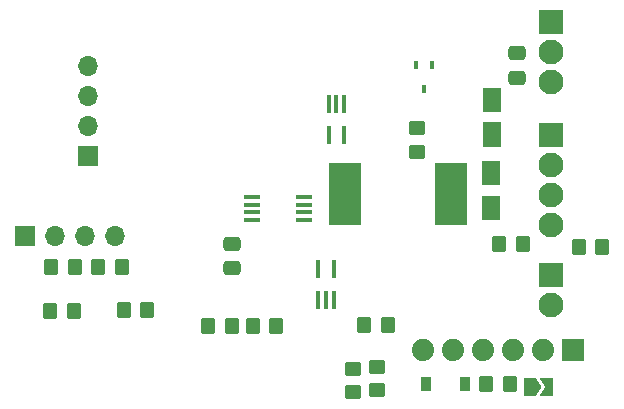
<source format=gbr>
%TF.GenerationSoftware,KiCad,Pcbnew,6.0.11-2627ca5db0~126~ubuntu22.04.1*%
%TF.CreationDate,2023-03-03T15:37:04-05:00*%
%TF.ProjectId,lin-fan-control,6c696e2d-6661-46e2-9d63-6f6e74726f6c,1.0*%
%TF.SameCoordinates,Original*%
%TF.FileFunction,Soldermask,Bot*%
%TF.FilePolarity,Negative*%
%FSLAX46Y46*%
G04 Gerber Fmt 4.6, Leading zero omitted, Abs format (unit mm)*
G04 Created by KiCad (PCBNEW 6.0.11-2627ca5db0~126~ubuntu22.04.1) date 2023-03-03 15:37:04*
%MOMM*%
%LPD*%
G01*
G04 APERTURE LIST*
G04 Aperture macros list*
%AMRoundRect*
0 Rectangle with rounded corners*
0 $1 Rounding radius*
0 $2 $3 $4 $5 $6 $7 $8 $9 X,Y pos of 4 corners*
0 Add a 4 corners polygon primitive as box body*
4,1,4,$2,$3,$4,$5,$6,$7,$8,$9,$2,$3,0*
0 Add four circle primitives for the rounded corners*
1,1,$1+$1,$2,$3*
1,1,$1+$1,$4,$5*
1,1,$1+$1,$6,$7*
1,1,$1+$1,$8,$9*
0 Add four rect primitives between the rounded corners*
20,1,$1+$1,$2,$3,$4,$5,0*
20,1,$1+$1,$4,$5,$6,$7,0*
20,1,$1+$1,$6,$7,$8,$9,0*
20,1,$1+$1,$8,$9,$2,$3,0*%
%AMFreePoly0*
4,1,6,1.000000,0.000000,0.500000,-0.750000,-0.500000,-0.750000,-0.500000,0.750000,0.500000,0.750000,1.000000,0.000000,1.000000,0.000000,$1*%
%AMFreePoly1*
4,1,6,0.500000,-0.750000,-0.650000,-0.750000,-0.150000,0.000000,-0.650000,0.750000,0.500000,0.750000,0.500000,-0.750000,0.500000,-0.750000,$1*%
G04 Aperture macros list end*
%ADD10O,1.700000X1.700000*%
%ADD11R,1.700000X1.700000*%
%ADD12R,1.879600X1.879600*%
%ADD13C,1.879600*%
%ADD14RoundRect,0.250000X-0.350000X-0.450000X0.350000X-0.450000X0.350000X0.450000X-0.350000X0.450000X0*%
%ADD15R,2.100000X2.100000*%
%ADD16C,2.100000*%
%ADD17FreePoly0,0.000000*%
%ADD18FreePoly1,0.000000*%
%ADD19R,0.900000X1.200000*%
%ADD20R,0.400000X1.500000*%
%ADD21R,0.450000X0.700000*%
%ADD22R,1.500000X1.500000*%
%ADD23FreePoly0,270.000000*%
%ADD24FreePoly0,90.000000*%
%ADD25RoundRect,0.250000X0.350000X0.450000X-0.350000X0.450000X-0.350000X-0.450000X0.350000X-0.450000X0*%
%ADD26RoundRect,0.250000X0.475000X-0.337500X0.475000X0.337500X-0.475000X0.337500X-0.475000X-0.337500X0*%
%ADD27R,1.450000X0.450000*%
%ADD28R,2.794000X5.257800*%
%ADD29RoundRect,0.250000X-0.450000X0.350000X-0.450000X-0.350000X0.450000X-0.350000X0.450000X0.350000X0*%
%ADD30RoundRect,0.250000X-0.475000X0.337500X-0.475000X-0.337500X0.475000X-0.337500X0.475000X0.337500X0*%
%ADD31RoundRect,0.250000X0.450000X-0.350000X0.450000X0.350000X-0.450000X0.350000X-0.450000X-0.350000X0*%
G04 APERTURE END LIST*
D10*
%TO.C,U3*%
X185450000Y-67730000D03*
X185450000Y-70270000D03*
X185450000Y-72810000D03*
D11*
X185450000Y-75350000D03*
%TD*%
D12*
%TO.C,J1*%
X226520000Y-91800000D03*
D13*
X223980000Y-91800000D03*
X221440000Y-91800000D03*
X218900000Y-91800000D03*
X216360000Y-91800000D03*
X213820000Y-91800000D03*
%TD*%
D14*
%TO.C,R6*%
X219200000Y-94700000D03*
X221200000Y-94700000D03*
%TD*%
D11*
%TO.C,J2*%
X180150000Y-82100000D03*
D10*
X182690000Y-82100000D03*
X185230000Y-82100000D03*
X187770000Y-82100000D03*
%TD*%
D15*
%TO.C,J5*%
X224675000Y-85450000D03*
D16*
X224675000Y-87990000D03*
%TD*%
D17*
%TO.C,JP1*%
X222940000Y-94900000D03*
D18*
X224390000Y-94900000D03*
%TD*%
D15*
%TO.C,J4*%
X224675000Y-73535000D03*
D16*
X224675000Y-76075000D03*
X224675000Y-78615000D03*
X224675000Y-81155000D03*
%TD*%
D19*
%TO.C,D2*%
X217400000Y-94620000D03*
X214100000Y-94620000D03*
%TD*%
D15*
%TO.C,J3*%
X224700000Y-64000000D03*
D16*
X224700000Y-66540000D03*
X224700000Y-69080000D03*
%TD*%
D14*
%TO.C,R26*%
X208900000Y-89675000D03*
X210900000Y-89675000D03*
%TD*%
D20*
%TO.C,U9*%
X206300000Y-87550000D03*
X205650000Y-87550000D03*
X205000000Y-87550000D03*
X205000000Y-84890000D03*
X206300000Y-84890000D03*
%TD*%
D21*
%TO.C,D4*%
X213275000Y-67650000D03*
X214575000Y-67650000D03*
X213925000Y-69650000D03*
%TD*%
D22*
%TO.C,JP7*%
X219625000Y-77075000D03*
X219625000Y-79475000D03*
D23*
X219625000Y-76275000D03*
D24*
X219625000Y-80275000D03*
%TD*%
D14*
%TO.C,R3*%
X195650000Y-89750000D03*
X197650000Y-89750000D03*
%TD*%
%TO.C,R7*%
X182400000Y-84725000D03*
X184400000Y-84725000D03*
%TD*%
D25*
%TO.C,R4*%
X201425000Y-89750000D03*
X199425000Y-89750000D03*
%TD*%
%TO.C,R20*%
X222325000Y-82775000D03*
X220325000Y-82775000D03*
%TD*%
D26*
%TO.C,C2*%
X221775000Y-68750000D03*
X221775000Y-66675000D03*
%TD*%
D14*
%TO.C,R8*%
X186375000Y-84775000D03*
X188375000Y-84775000D03*
%TD*%
D27*
%TO.C,U10*%
X203775000Y-78825000D03*
X203775000Y-79475000D03*
X203775000Y-80125000D03*
X203775000Y-80775000D03*
X199375000Y-80775000D03*
X199375000Y-80125000D03*
X199375000Y-79475000D03*
X199375000Y-78825000D03*
%TD*%
D22*
%TO.C,JP6*%
X219675000Y-73275000D03*
X219675000Y-70875000D03*
D23*
X219675000Y-70075000D03*
D24*
X219675000Y-74075000D03*
%TD*%
D14*
%TO.C,R9*%
X182300000Y-88450000D03*
X184300000Y-88450000D03*
%TD*%
D28*
%TO.C,R23*%
X216200000Y-78550000D03*
X207284600Y-78550000D03*
%TD*%
D25*
%TO.C,R19*%
X229050000Y-83100000D03*
X227050000Y-83100000D03*
%TD*%
D20*
%TO.C,U6*%
X205875000Y-70945000D03*
X206525000Y-70945000D03*
X207175000Y-70945000D03*
X207175000Y-73605000D03*
X205875000Y-73605000D03*
%TD*%
D29*
%TO.C,R22*%
X213325000Y-72975000D03*
X213325000Y-74975000D03*
%TD*%
D25*
%TO.C,R10*%
X190525000Y-88425000D03*
X188525000Y-88425000D03*
%TD*%
D30*
%TO.C,C13*%
X197700000Y-82800000D03*
X197700000Y-84875000D03*
%TD*%
D31*
%TO.C,R29*%
X207900000Y-95350000D03*
X207900000Y-93350000D03*
%TD*%
%TO.C,R27*%
X210000000Y-95200000D03*
X210000000Y-93200000D03*
%TD*%
M02*

</source>
